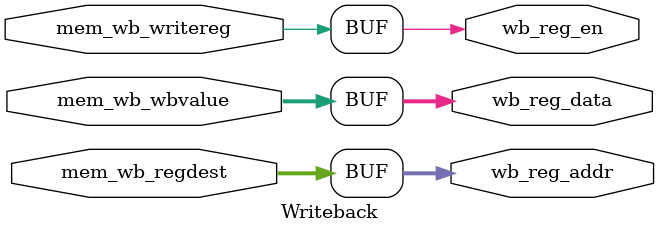
<source format=v>
/**
*Organização de Computadores II - UFMG 2014/1
*Grupo 4 - {Junio Cezar, Gabriel Miranda, Rafael Almeida, Leandro Noman, Pedro Thomas}
*MIPS Pipeline - Simplificado
*/

module Writeback (
	//Memory
	input [4:0]   mem_wb_regdest,
	input 		  mem_wb_writereg,
	input [31:0]  mem_wb_wbvalue,
	//Registers
	output		  wb_reg_en,
	output [4:0]  wb_reg_addr,
	output [31:0] wb_reg_data
);
	assign wb_reg_en = mem_wb_writereg;
	assign wb_reg_addr = mem_wb_regdest;
	assign wb_reg_data=mem_wb_wbvalue;
endmodule
</source>
